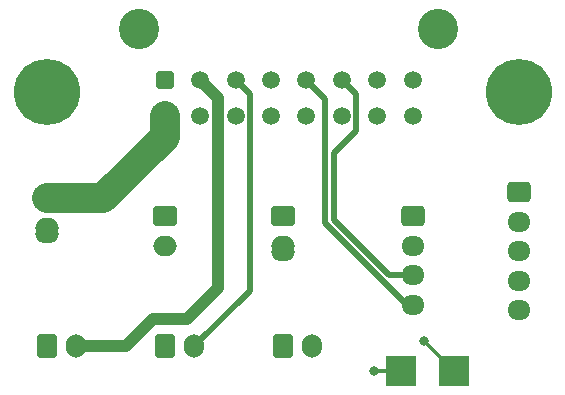
<source format=gbr>
G04 #@! TF.GenerationSoftware,KiCad,Pcbnew,6.0.7-f9a2dced07~116~ubuntu22.04.1*
G04 #@! TF.CreationDate,2022-08-21T20:53:51+02:00*
G04 #@! TF.ProjectId,carabiner-distributor,63617261-6269-46e6-9572-2d6469737472,rev?*
G04 #@! TF.SameCoordinates,Original*
G04 #@! TF.FileFunction,Copper,L2,Bot*
G04 #@! TF.FilePolarity,Positive*
%FSLAX46Y46*%
G04 Gerber Fmt 4.6, Leading zero omitted, Abs format (unit mm)*
G04 Created by KiCad (PCBNEW 6.0.7-f9a2dced07~116~ubuntu22.04.1) date 2022-08-21 20:53:51*
%MOMM*%
%LPD*%
G01*
G04 APERTURE LIST*
G04 Aperture macros list*
%AMRoundRect*
0 Rectangle with rounded corners*
0 $1 Rounding radius*
0 $2 $3 $4 $5 $6 $7 $8 $9 X,Y pos of 4 corners*
0 Add a 4 corners polygon primitive as box body*
4,1,4,$2,$3,$4,$5,$6,$7,$8,$9,$2,$3,0*
0 Add four circle primitives for the rounded corners*
1,1,$1+$1,$2,$3*
1,1,$1+$1,$4,$5*
1,1,$1+$1,$6,$7*
1,1,$1+$1,$8,$9*
0 Add four rect primitives between the rounded corners*
20,1,$1+$1,$2,$3,$4,$5,0*
20,1,$1+$1,$4,$5,$6,$7,0*
20,1,$1+$1,$6,$7,$8,$9,0*
20,1,$1+$1,$8,$9,$2,$3,0*%
G04 Aperture macros list end*
G04 #@! TA.AperFunction,ComponentPad*
%ADD10RoundRect,0.250001X-0.499999X-0.499999X0.499999X-0.499999X0.499999X0.499999X-0.499999X0.499999X0*%
G04 #@! TD*
G04 #@! TA.AperFunction,ComponentPad*
%ADD11C,1.500000*%
G04 #@! TD*
G04 #@! TA.AperFunction,ComponentPad*
%ADD12C,3.410000*%
G04 #@! TD*
G04 #@! TA.AperFunction,ComponentPad*
%ADD13RoundRect,0.250001X-0.759999X0.499999X-0.759999X-0.499999X0.759999X-0.499999X0.759999X0.499999X0*%
G04 #@! TD*
G04 #@! TA.AperFunction,ComponentPad*
%ADD14O,2.020000X1.500000*%
G04 #@! TD*
G04 #@! TA.AperFunction,ComponentPad*
%ADD15RoundRect,0.250000X-0.725000X0.600000X-0.725000X-0.600000X0.725000X-0.600000X0.725000X0.600000X0*%
G04 #@! TD*
G04 #@! TA.AperFunction,ComponentPad*
%ADD16O,1.950000X1.700000*%
G04 #@! TD*
G04 #@! TA.AperFunction,ComponentPad*
%ADD17RoundRect,0.250000X-0.600000X-0.750000X0.600000X-0.750000X0.600000X0.750000X-0.600000X0.750000X0*%
G04 #@! TD*
G04 #@! TA.AperFunction,ComponentPad*
%ADD18O,1.700000X2.000000*%
G04 #@! TD*
G04 #@! TA.AperFunction,ComponentPad*
%ADD19RoundRect,0.250000X-0.750000X0.600000X-0.750000X-0.600000X0.750000X-0.600000X0.750000X0.600000X0*%
G04 #@! TD*
G04 #@! TA.AperFunction,ComponentPad*
%ADD20O,2.000000X1.700000*%
G04 #@! TD*
G04 #@! TA.AperFunction,ComponentPad*
%ADD21C,5.600000*%
G04 #@! TD*
G04 #@! TA.AperFunction,SMDPad,CuDef*
%ADD22R,2.500000X2.500000*%
G04 #@! TD*
G04 #@! TA.AperFunction,ViaPad*
%ADD23C,0.800000*%
G04 #@! TD*
G04 #@! TA.AperFunction,Conductor*
%ADD24C,1.000000*%
G04 #@! TD*
G04 #@! TA.AperFunction,Conductor*
%ADD25C,0.500000*%
G04 #@! TD*
G04 #@! TA.AperFunction,Conductor*
%ADD26C,0.300000*%
G04 #@! TD*
G04 #@! TA.AperFunction,Conductor*
%ADD27C,2.500000*%
G04 #@! TD*
G04 APERTURE END LIST*
D10*
X80000000Y-30000000D03*
D11*
X83000000Y-30000000D03*
X86000000Y-30000000D03*
X89000000Y-30000000D03*
X92000000Y-30000000D03*
X95000000Y-30000000D03*
X98000000Y-30000000D03*
X101000000Y-30000000D03*
X80000000Y-33000000D03*
X83000000Y-33000000D03*
X86000000Y-33000000D03*
X89000000Y-33000000D03*
X92000000Y-33000000D03*
X95000000Y-33000000D03*
X98000000Y-33000000D03*
X101000000Y-33000000D03*
D12*
X77850000Y-25680000D03*
X103150000Y-25680000D03*
D13*
X90000000Y-41500000D03*
D14*
X90000000Y-44500000D03*
D15*
X101000000Y-41500000D03*
D16*
X101000000Y-44000000D03*
X101000000Y-46500000D03*
X101000000Y-49000000D03*
D17*
X80000000Y-52500000D03*
D18*
X82500000Y-52500000D03*
D19*
X90000000Y-41500000D03*
D20*
X90000000Y-44000000D03*
D21*
X110000000Y-31000000D03*
X70000000Y-31000000D03*
D19*
X70000000Y-40000000D03*
D20*
X70000000Y-42500000D03*
D10*
X80000000Y-30000000D03*
D11*
X83000000Y-30000000D03*
X86000000Y-30000000D03*
X89000000Y-30000000D03*
X92000000Y-30000000D03*
X95000000Y-30000000D03*
X98000000Y-30000000D03*
X101000000Y-30000000D03*
X80000000Y-33000000D03*
X83000000Y-33000000D03*
X86000000Y-33000000D03*
X89000000Y-33000000D03*
X92000000Y-33000000D03*
X95000000Y-33000000D03*
X98000000Y-33000000D03*
X101000000Y-33000000D03*
D17*
X90000000Y-52500000D03*
D18*
X92500000Y-52500000D03*
D13*
X70000000Y-40000000D03*
D14*
X70000000Y-43000000D03*
D17*
X70000000Y-52500000D03*
D18*
X72500000Y-52500000D03*
D10*
X70000000Y-40000000D03*
D11*
X70000000Y-43000000D03*
D10*
X80000000Y-30000000D03*
D11*
X83000000Y-30000000D03*
X86000000Y-30000000D03*
X89000000Y-30000000D03*
X92000000Y-30000000D03*
X95000000Y-30000000D03*
X98000000Y-30000000D03*
X101000000Y-30000000D03*
X80000000Y-33000000D03*
X83000000Y-33000000D03*
X86000000Y-33000000D03*
X89000000Y-33000000D03*
X92000000Y-33000000D03*
X95000000Y-33000000D03*
X98000000Y-33000000D03*
X101000000Y-33000000D03*
D19*
X80000000Y-41500000D03*
D20*
X80000000Y-44000000D03*
D15*
X110000000Y-39460000D03*
D16*
X110000000Y-41960000D03*
X110000000Y-44460000D03*
X110000000Y-46960000D03*
X110000000Y-49460000D03*
D22*
X104500000Y-54600000D03*
X100000000Y-54600000D03*
D23*
X102000000Y-52100000D03*
X97700000Y-54600000D03*
D24*
X84500000Y-31500000D02*
X83000000Y-30000000D01*
X76700000Y-52500000D02*
X79000000Y-50200000D01*
X79000000Y-50200000D02*
X81900000Y-50200000D01*
X81900000Y-50200000D02*
X84500000Y-47600000D01*
X72500000Y-52500000D02*
X76700000Y-52500000D01*
X84500000Y-47600000D02*
X84500000Y-31500000D01*
D25*
X86000000Y-30000000D02*
X87199511Y-31199511D01*
X87199511Y-31199511D02*
X87199511Y-47800489D01*
X87199511Y-47800489D02*
X82500000Y-52500000D01*
X93600000Y-42100000D02*
X93600000Y-31600000D01*
X93600000Y-31600000D02*
X92000000Y-30000000D01*
X101000000Y-49500000D02*
X93600000Y-42100000D01*
X96199511Y-34300489D02*
X96199511Y-31199511D01*
X101000000Y-46500000D02*
X98989270Y-46500000D01*
X97744635Y-45255365D02*
X94299520Y-41810250D01*
X96199511Y-31199511D02*
X95000000Y-30000000D01*
X94299520Y-41810250D02*
X94299520Y-36200480D01*
X94299520Y-36200480D02*
X96199511Y-34300489D01*
X98989270Y-46500000D02*
X97744635Y-45255365D01*
D26*
X102000000Y-52100000D02*
X104500000Y-54600000D01*
D27*
X80000000Y-34800000D02*
X80000000Y-33000000D01*
X74800000Y-40000000D02*
X80000000Y-34800000D01*
X70000000Y-40000000D02*
X74800000Y-40000000D01*
D26*
X97700000Y-54600000D02*
X100000000Y-54600000D01*
M02*

</source>
